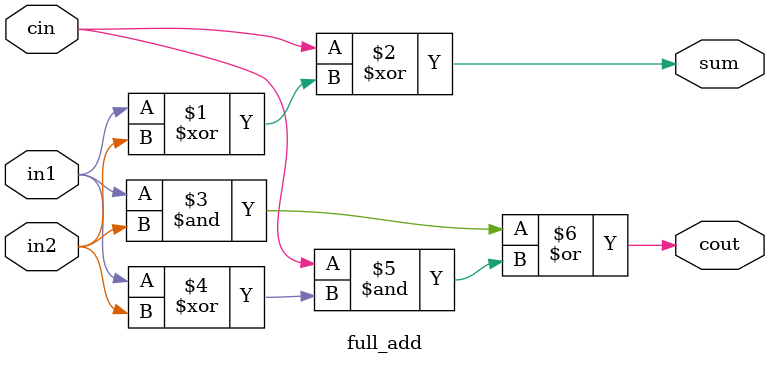
<source format=v>
module full_add(sum,cout,cin,in1,in2);

output sum, cout;
input cin,in1,in2;
assign sum   = cin ^ (in1 ^ in2);
assign cout  = (in1 & in2) | (cin & (in1 ^ in2));

endmodule
</source>
